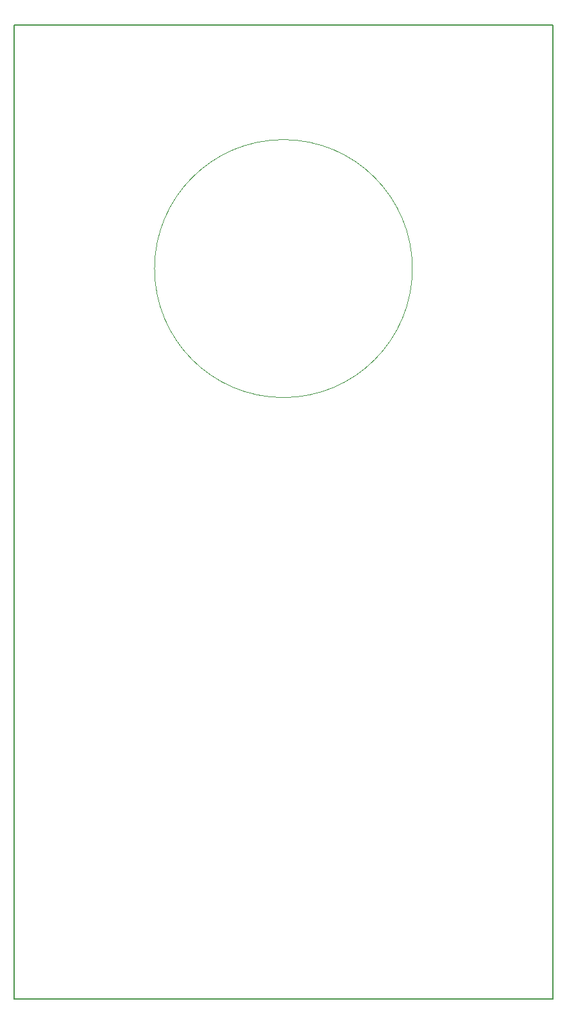
<source format=gbr>
%TF.GenerationSoftware,KiCad,Pcbnew,7.0.6-1.fc38*%
%TF.CreationDate,2023-08-24T18:59:34-07:00*%
%TF.ProjectId,s3gta_panel,73336774-615f-4706-916e-656c2e6b6963,rev?*%
%TF.SameCoordinates,Original*%
%TF.FileFunction,Profile,NP*%
%FSLAX46Y46*%
G04 Gerber Fmt 4.6, Leading zero omitted, Abs format (unit mm)*
G04 Created by KiCad (PCBNEW 7.0.6-1.fc38) date 2023-08-24 18:59:34*
%MOMM*%
%LPD*%
G01*
G04 APERTURE LIST*
%TA.AperFunction,Profile*%
%ADD10C,0.150000*%
%TD*%
%TA.AperFunction,Profile*%
%ADD11C,0.100000*%
%TD*%
G04 APERTURE END LIST*
D10*
X171450000Y-162560000D02*
X171450000Y-34036000D01*
X171450000Y-34036000D02*
X100330000Y-34036000D01*
X100330000Y-162560000D02*
X171450000Y-162560000D01*
D11*
X152908000Y-66167000D02*
G75*
G03*
X152908000Y-66167000I-17018000J0D01*
G01*
D10*
X100330000Y-34036000D02*
X100330000Y-162560000D01*
M02*

</source>
